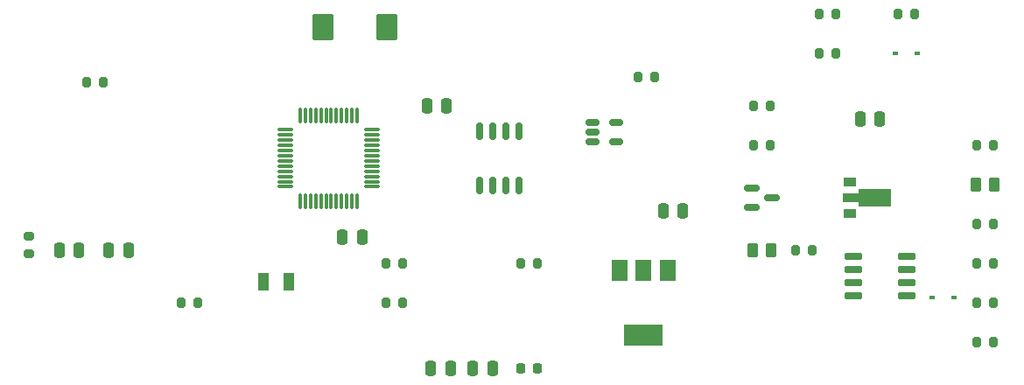
<source format=gbr>
%TF.GenerationSoftware,KiCad,Pcbnew,(6.0.4)*%
%TF.CreationDate,2022-05-05T14:57:31-04:00*%
%TF.ProjectId,KSGER Controller,4b534745-5220-4436-9f6e-74726f6c6c65,rev?*%
%TF.SameCoordinates,Original*%
%TF.FileFunction,Paste,Top*%
%TF.FilePolarity,Positive*%
%FSLAX46Y46*%
G04 Gerber Fmt 4.6, Leading zero omitted, Abs format (unit mm)*
G04 Created by KiCad (PCBNEW (6.0.4)) date 2022-05-05 14:57:31*
%MOMM*%
%LPD*%
G01*
G04 APERTURE LIST*
G04 Aperture macros list*
%AMRoundRect*
0 Rectangle with rounded corners*
0 $1 Rounding radius*
0 $2 $3 $4 $5 $6 $7 $8 $9 X,Y pos of 4 corners*
0 Add a 4 corners polygon primitive as box body*
4,1,4,$2,$3,$4,$5,$6,$7,$8,$9,$2,$3,0*
0 Add four circle primitives for the rounded corners*
1,1,$1+$1,$2,$3*
1,1,$1+$1,$4,$5*
1,1,$1+$1,$6,$7*
1,1,$1+$1,$8,$9*
0 Add four rect primitives between the rounded corners*
20,1,$1+$1,$2,$3,$4,$5,0*
20,1,$1+$1,$4,$5,$6,$7,0*
20,1,$1+$1,$6,$7,$8,$9,0*
20,1,$1+$1,$8,$9,$2,$3,0*%
%AMFreePoly0*
4,1,9,3.862500,-0.866500,0.737500,-0.866500,0.737500,-0.450000,-0.737500,-0.450000,-0.737500,0.450000,0.737500,0.450000,0.737500,0.866500,3.862500,0.866500,3.862500,-0.866500,3.862500,-0.866500,$1*%
G04 Aperture macros list end*
%ADD10RoundRect,0.150000X-0.512500X-0.150000X0.512500X-0.150000X0.512500X0.150000X-0.512500X0.150000X0*%
%ADD11RoundRect,0.218750X-0.218750X-0.256250X0.218750X-0.256250X0.218750X0.256250X-0.218750X0.256250X0*%
%ADD12RoundRect,0.250000X-0.250000X-0.475000X0.250000X-0.475000X0.250000X0.475000X-0.250000X0.475000X0*%
%ADD13RoundRect,0.200000X-0.200000X-0.275000X0.200000X-0.275000X0.200000X0.275000X-0.200000X0.275000X0*%
%ADD14RoundRect,0.250000X0.262500X0.450000X-0.262500X0.450000X-0.262500X-0.450000X0.262500X-0.450000X0*%
%ADD15RoundRect,0.150000X-0.587500X-0.150000X0.587500X-0.150000X0.587500X0.150000X-0.587500X0.150000X0*%
%ADD16R,1.300000X0.900000*%
%ADD17FreePoly0,0.000000*%
%ADD18R,1.000000X1.800000*%
%ADD19RoundRect,0.150000X0.150000X-0.675000X0.150000X0.675000X-0.150000X0.675000X-0.150000X-0.675000X0*%
%ADD20RoundRect,0.200000X-0.275000X0.200000X-0.275000X-0.200000X0.275000X-0.200000X0.275000X0.200000X0*%
%ADD21R,0.600000X0.450000*%
%ADD22RoundRect,0.250000X-0.787500X-1.025000X0.787500X-1.025000X0.787500X1.025000X-0.787500X1.025000X0*%
%ADD23R,1.500000X2.000000*%
%ADD24R,3.800000X2.000000*%
%ADD25RoundRect,0.250000X-0.262500X-0.450000X0.262500X-0.450000X0.262500X0.450000X-0.262500X0.450000X0*%
%ADD26RoundRect,0.150000X-0.725000X-0.150000X0.725000X-0.150000X0.725000X0.150000X-0.725000X0.150000X0*%
%ADD27RoundRect,0.200000X0.200000X0.275000X-0.200000X0.275000X-0.200000X-0.275000X0.200000X-0.275000X0*%
%ADD28RoundRect,0.075000X0.075000X-0.662500X0.075000X0.662500X-0.075000X0.662500X-0.075000X-0.662500X0*%
%ADD29RoundRect,0.075000X0.662500X-0.075000X0.662500X0.075000X-0.662500X0.075000X-0.662500X-0.075000X0*%
G04 APERTURE END LIST*
D10*
%TO.C,U3*%
X146182500Y-91760000D03*
X146182500Y-92710000D03*
X146182500Y-93660000D03*
X148457500Y-93660000D03*
X148457500Y-91760000D03*
%TD*%
D11*
%TO.C,D1*%
X139232500Y-115570000D03*
X140807500Y-115570000D03*
%TD*%
D12*
%TO.C,C12*%
X172090000Y-91440000D03*
X173990000Y-91440000D03*
%TD*%
D13*
%TO.C,R13*%
X126175000Y-105410000D03*
X127825000Y-105410000D03*
%TD*%
D14*
%TO.C,R15*%
X185062500Y-97790000D03*
X183237500Y-97790000D03*
%TD*%
D13*
%TO.C,R17*%
X183325000Y-113030000D03*
X184975000Y-113030000D03*
%TD*%
%TO.C,R3*%
X161735000Y-90170000D03*
X163385000Y-90170000D03*
%TD*%
%TO.C,R9*%
X168085000Y-81280000D03*
X169735000Y-81280000D03*
%TD*%
%TO.C,R4*%
X161735000Y-93980000D03*
X163385000Y-93980000D03*
%TD*%
D15*
%TO.C,Q2*%
X161622500Y-98110000D03*
X161622500Y-100010000D03*
X163497500Y-99060000D03*
%TD*%
D13*
%TO.C,R11*%
X126175000Y-109220000D03*
X127825000Y-109220000D03*
%TD*%
D12*
%TO.C,C4*%
X130180000Y-90170000D03*
X132080000Y-90170000D03*
%TD*%
D16*
%TO.C,U6*%
X171105000Y-97560000D03*
D17*
X171192500Y-99060000D03*
D16*
X171105000Y-100560000D03*
%TD*%
D13*
%TO.C,R6*%
X139195000Y-105410000D03*
X140845000Y-105410000D03*
%TD*%
D18*
%TO.C,Y1*%
X114320000Y-107188000D03*
X116820000Y-107188000D03*
%TD*%
D13*
%TO.C,R8*%
X168085000Y-85090000D03*
X169735000Y-85090000D03*
%TD*%
D12*
%TO.C,C11*%
X99380000Y-104140000D03*
X101280000Y-104140000D03*
%TD*%
D19*
%TO.C,U4*%
X135255000Y-97875000D03*
X136525000Y-97875000D03*
X137795000Y-97875000D03*
X139065000Y-97875000D03*
X139065000Y-92625000D03*
X137795000Y-92625000D03*
X136525000Y-92625000D03*
X135255000Y-92625000D03*
%TD*%
D12*
%TO.C,C5*%
X134620000Y-115570000D03*
X136520000Y-115570000D03*
%TD*%
D20*
%TO.C,R19*%
X91694000Y-102807000D03*
X91694000Y-104457000D03*
%TD*%
D13*
%TO.C,R2*%
X150559000Y-87376000D03*
X152209000Y-87376000D03*
%TD*%
D21*
%TO.C,D3*%
X179036000Y-108712000D03*
X181136000Y-108712000D03*
%TD*%
D12*
%TO.C,C7*%
X153040000Y-100330000D03*
X154940000Y-100330000D03*
%TD*%
%TO.C,C1*%
X121986000Y-102870000D03*
X123886000Y-102870000D03*
%TD*%
D13*
%TO.C,R12*%
X183325000Y-105410000D03*
X184975000Y-105410000D03*
%TD*%
%TO.C,R16*%
X183325000Y-109220000D03*
X184975000Y-109220000D03*
%TD*%
D22*
%TO.C,C3*%
X120077500Y-82550000D03*
X126302500Y-82550000D03*
%TD*%
D23*
%TO.C,U2*%
X153430000Y-106070000D03*
D24*
X151130000Y-112370000D03*
D23*
X151130000Y-106070000D03*
X148830000Y-106070000D03*
%TD*%
D25*
%TO.C,R5*%
X161647500Y-104140000D03*
X163472500Y-104140000D03*
%TD*%
D26*
%TO.C,Q1*%
X171415000Y-104775000D03*
X171415000Y-106045000D03*
X171415000Y-107315000D03*
X171415000Y-108585000D03*
X176565000Y-108585000D03*
X176565000Y-107315000D03*
X176565000Y-106045000D03*
X176565000Y-104775000D03*
%TD*%
D27*
%TO.C,R20*%
X108013000Y-109220000D03*
X106363000Y-109220000D03*
%TD*%
D13*
%TO.C,R14*%
X175705000Y-81280000D03*
X177355000Y-81280000D03*
%TD*%
D27*
%TO.C,R10*%
X98869000Y-87884000D03*
X97219000Y-87884000D03*
%TD*%
D21*
%TO.C,D2*%
X175480000Y-85090000D03*
X177580000Y-85090000D03*
%TD*%
D28*
%TO.C,U1*%
X117900000Y-99412500D03*
X118400000Y-99412500D03*
X118900000Y-99412500D03*
X119400000Y-99412500D03*
X119900000Y-99412500D03*
X120400000Y-99412500D03*
X120900000Y-99412500D03*
X121400000Y-99412500D03*
X121900000Y-99412500D03*
X122400000Y-99412500D03*
X122900000Y-99412500D03*
X123400000Y-99412500D03*
D29*
X124812500Y-98000000D03*
X124812500Y-97500000D03*
X124812500Y-97000000D03*
X124812500Y-96500000D03*
X124812500Y-96000000D03*
X124812500Y-95500000D03*
X124812500Y-95000000D03*
X124812500Y-94500000D03*
X124812500Y-94000000D03*
X124812500Y-93500000D03*
X124812500Y-93000000D03*
X124812500Y-92500000D03*
D28*
X123400000Y-91087500D03*
X122900000Y-91087500D03*
X122400000Y-91087500D03*
X121900000Y-91087500D03*
X121400000Y-91087500D03*
X120900000Y-91087500D03*
X120400000Y-91087500D03*
X119900000Y-91087500D03*
X119400000Y-91087500D03*
X118900000Y-91087500D03*
X118400000Y-91087500D03*
X117900000Y-91087500D03*
D29*
X116487500Y-92500000D03*
X116487500Y-93000000D03*
X116487500Y-93500000D03*
X116487500Y-94000000D03*
X116487500Y-94500000D03*
X116487500Y-95000000D03*
X116487500Y-95500000D03*
X116487500Y-96000000D03*
X116487500Y-96500000D03*
X116487500Y-97000000D03*
X116487500Y-97500000D03*
X116487500Y-98000000D03*
%TD*%
D13*
%TO.C,R7*%
X165799000Y-104140000D03*
X167449000Y-104140000D03*
%TD*%
D12*
%TO.C,C10*%
X94620000Y-104140000D03*
X96520000Y-104140000D03*
%TD*%
D13*
%TO.C,R1*%
X183325000Y-93980000D03*
X184975000Y-93980000D03*
%TD*%
D12*
%TO.C,C6*%
X130556000Y-115570000D03*
X132456000Y-115570000D03*
%TD*%
D13*
%TO.C,R18*%
X183325000Y-101600000D03*
X184975000Y-101600000D03*
%TD*%
M02*

</source>
